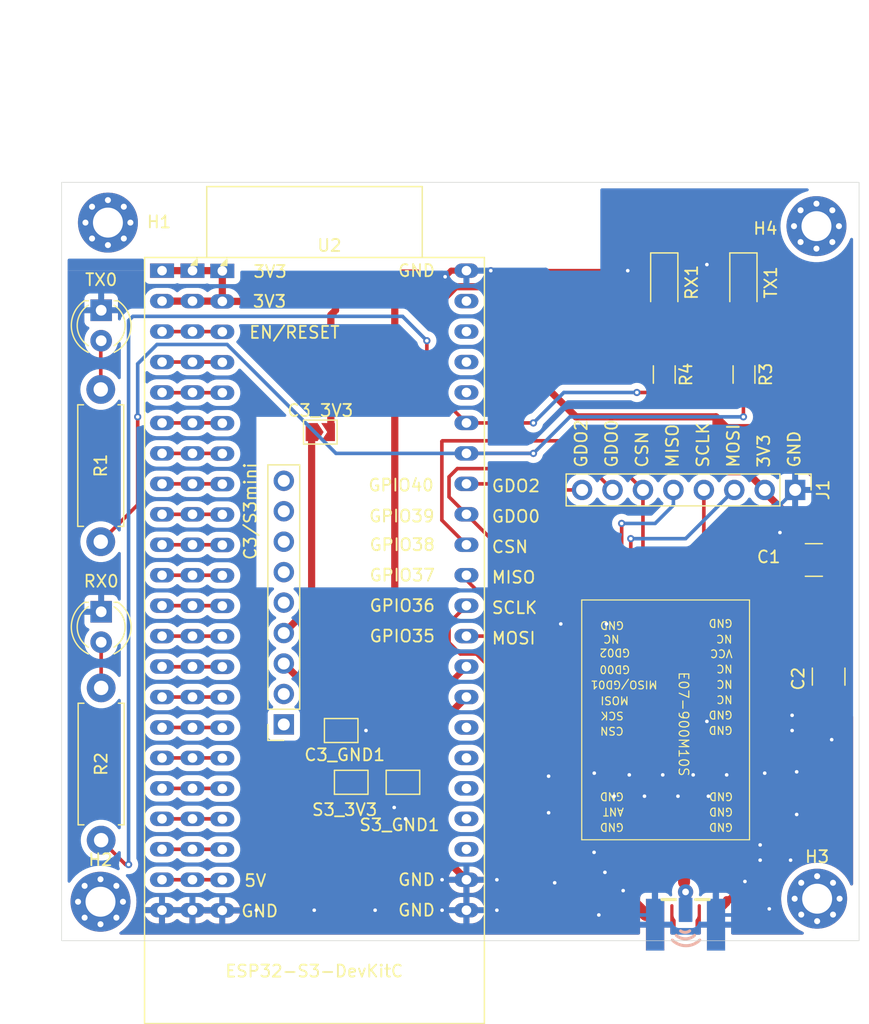
<source format=kicad_pcb>
(kicad_pcb (version 20240108) (generator "pcbnew") (generator_version "8.0")
  (layers (0 "F.Cu" signal) (31 "B.Cu" signal) (34 "B.Paste" user) (35 "F.Paste" user) (36 "B.SilkS" user "B.Silkscreen") (37 "F.SilkS" user "F.Silkscreen") (38 "B.Mask" user) (39 "F.Mask" user) (44 "Edge.Cuts" user))
  (net 0 "")
  (net 1 "GND")
  (net 2 "3V3")
  (net 3 "/MISO")
  (net 4 "/CSN")
  (net 5 "/GDO0")
  (net 6 "/GDO2")
  (net 7 "/MOSI")
  (net 8 "/SCLK")
  (net 9 "/ANTENNA")
  (net 11 "unconnected-(U2-CHIP_PU-Pad3)")
  (net 12 "/LED_RX")
  (net 13 "unconnected-(U2-GPIO46-Pad14)")
  (net 14 "unconnected-(U2-GPIO8{slash}ADC1_CH7-Pad12)")
  (net 15 "/LED_TX")
  (net 17 "unconnected-(U2-GPIO13{slash}ADC2_CH2-Pad19)")
  (net 18 "unconnected-(U2-GPIO15{slash}ADC2_CH4{slash}32K_P-Pad8)")
  (net 19 "unconnected-(U2-GPIO9{slash}ADC1_CH8-Pad15)")
  (net 20 "unconnected-(U2-GPIO16{slash}ADC2_CH5{slash}32K_N-Pad9)")
  (net 21 "unconnected-(U2-GPIO11{slash}ADC2_CH0-Pad17)")
  (net 23 "unconnected-(U2-GPIO10{slash}ADC1_CH9-Pad16)")
  (net 26 "unconnected-(U2-GPIO12{slash}ADC2_CH1-Pad18)")
  (net 27 "unconnected-(U2-GPIO17{slash}ADC2_CH6-Pad10)")
  (net 28 "unconnected-(U2-GPIO4{slash}ADC1_CH3-Pad4)")
  (net 29 "unconnected-(U2-GPIO14{slash}ADC2_CH3-Pad20)")
  (net 31 "unconnected-(U2-GPIO3{slash}ADC1_CH2-Pad13)")
  (net 32 "unconnected-(U2-GPIO18{slash}ADC2_CH7-Pad11)")
  (net 33 "unconnected-(U2-GPIO6{slash}ADC1_CH5-Pad6)")
  (net 34 "unconnected-(U2-GPIO7{slash}ADC1_CH6-Pad7)")
  (net 36 "unconnected-(U2-5V-Pad21)")
  (net 37 "unconnected-(U2-GPIO5{slash}ADC1_CH4-Pad5)")
  (net 47 "Net-(S3_3V3-A)")
  (net 48 "Net-(S3_GND1-A)")
  (net 49 "Net-(TX1-A)")
  (net 50 "Net-(RX1-A)")
  (net 51 "Net-(C3_3V3-A)")
  (net 52 "Net-(C3_GND1-A)")
  (net 53 "Net-(TX0-A)")
  (net 54 "Net-(RX0-A)")
  (footprint "LED_SMD:LED_1206_3216Metric_Pad1.42x1.75mm_HandSolder" (layer "F.Cu") (at 150.114 77.1795 -90)
    (property "Reference" "TX1")
    (property "Value" "LED_TX")
  )
  (footprint "MountingHole:MountingHole_2.5mm_Pad_Via" (layer "F.Cu") (at 156.265825 128.579825)
    (property "Reference" "H3")
    (property "Value" "MountingHole_Pad_MP" (hide yes))
  )
  (footprint "Resistor_THT:R_Axial_DIN0411_L9.9mm_D3.6mm_P12.70mm_Horizontal" (layer "F.Cu") (at 96.486 86.106 -90)
    (property "Reference" "R1")
    (property "Value" "220R")
  )
  (footprint "MountingHole:MountingHole_2.5mm_Pad_Via" (layer "F.Cu") (at 96.464175 128.833825)
    (property "Reference" "H2")
    (property "Value" "MountingHole_Pad_MP")
  )
  (footprint "Library:E07-900M10S" (layer "F.Cu") (at 150.622 122.664 -90)
    (property "Reference" "U1" (hide yes))
    (property "Value" "E07-900M10S")
  )
  (footprint "Jumper:SolderJumper-2_P1.3mm_Open_TrianglePad1.0x1.5mm" (layer "F.Cu") (at 116.549 114.554)
    (property "Reference" "C3_GND1")
    (property "Value" "J_Open")
  )
  (footprint "LED_THT:LED_D4.0mm" (layer "F.Cu") (at 96.52 104.648 -90)
    (property "Reference" "RX0")
    (property "Value" "LED_RX")
  )
  (footprint "LED_THT:LED_D4.0mm" (layer "F.Cu") (at 96.52 79.502 -90)
    (property "Reference" "TX0")
    (property "Value" "LED_TX")
  )
  (footprint "Jumper:SolderJumper-2_P1.3mm_Open_TrianglePad1.0x1.5mm" (layer "F.Cu") (at 117.385 118.872 180)
    (property "Reference" "S3_3V3")
    (property "Value" "S3")
  )
  (footprint "Capacitor_SMD:C_1210_3225Metric_Pad1.33x2.70mm_HandSolder" (layer "F.Cu") (at 155.9945 100.33)
    (property "Reference" "C1")
    (property "Value" "100nF")
  )
  (footprint "LED_SMD:LED_1206_3216Metric_Pad1.42x1.75mm_HandSolder" (layer "F.Cu") (at 143.51 77.1795 -90)
    (property "Reference" "RX1")
    (property "Value" "LED_RX")
  )
  (footprint "Resistor_THT:R_Axial_DIN0411_L9.9mm_D3.6mm_P12.70mm_Horizontal" (layer "F.Cu") (at 96.52 110.998 -90)
    (property "Reference" "R2")
    (property "Value" "220R")
  )
  (footprint "MountingHole:MountingHole_2.5mm_Pad_Via" (layer "F.Cu") (at 156.21 72.487)
    (property "Reference" "H4")
    (property "Value" "MountingHole_Pad_MP" (hide yes))
  )
  (footprint "Connector_PinSocket_2.54mm:PinSocket_1x09_P2.54mm_Vertical" (layer "F.Cu") (at 111.76 114.046 180)
    (property "Reference" "J2" (hide yes))
    (property "Value" "C3/S3mini")
  )
  (footprint "Library:SMA_PAD" (layer "F.Cu") (at 145.288 130.556 -90)
    (property "Reference" "J$1" (hide yes))
    (property "Value" "ANTENNASMA" (hide yes))
  )
  (footprint "Connector_PinHeader_2.54mm:PinHeader_1x08_P2.54mm_Vertical" (layer "F.Cu") (at 154.432 94.488 -90)
    (property "Reference" "J1")
    (property "Value" "Conn_01x08_Pin" (hide yes))
  )
  (footprint "Resistor_SMD:R_1206_3216Metric_Pad1.30x1.75mm_HandSolder" (layer "F.Cu") (at 150.164 84.862 -90)
    (property "Reference" "R3")
    (property "Value" "220R")
  )
  (footprint "Jumper:SolderJumper-2_P1.3mm_Open_TrianglePad1.0x1.5mm" (layer "F.Cu") (at 121.703 118.872 180)
    (property "Reference" "S3_GND1")
    (property "Value" "S3")
  )
  (footprint "Capacitor_SMD:C_1210_3225Metric_Pad1.33x2.70mm_HandSolder" (layer "F.Cu") (at 157.226 110.059 90)
    (property "Reference" "C2")
    (property "Value" "4.7uF")
  )
  (footprint "Resistor_SMD:R_1206_3216Metric_Pad1.30x1.75mm_HandSolder" (layer "F.Cu") (at 143.51 84.862 -90)
    (property "Reference" "R4")
    (property "Value" "220R")
  )
  (footprint "Jumper:SolderJumper-2_P1.3mm_Open_TrianglePad1.0x1.5mm" (layer "F.Cu") (at 114.808 89.662)
    (property "Reference" "C3_3V3")
    (property "Value" "C3_3V3")
  )
  (footprint "Library:ESP32-S3-DevKitC" (layer "F.Cu") (at 124.89 87.45)
    (property "Reference" "U2")
    (property "Value" "ESP32-S3-DevKitC")
  )
  (footprint "MountingHole:MountingHole_2.5mm_Pad_Via" (layer "F.Cu") (at 97.083825 72.191825)
    (property "Reference" "H1")
    (property "Value" "MountingHole_Pad_MP")
  )
  (gr_rect (start 93.218 68.834) (end 159.766 132.08) (stroke (width 0.05)) (fill none) (layer "Edge.Cuts"))
  (gr_text "MOSI\n" (at 129.032 107.442 0) (layer "F.SilkS") (effects (font (size 1 1)) (justify left bottom)))
  (gr_text "GDO2" (at 129.032 94.742 0) (layer "F.SilkS") (effects (font (size 1 1)) (justify left bottom)))
  (gr_text "3V3\n" (at 152.4 92.71 90) (layer "F.SilkS") (effects (font (size 1 1)) (justify left bottom)))
  (gr_text "CSN\n" (at 142.24 92.71 90) (layer "F.SilkS") (effects (font (size 1 1)) (justify left bottom)))
  (gr_text "SCLK\n" (at 147.32 92.71 90) (layer "F.SilkS") (effects (font (size 1 1)) (justify left bottom)))
  (gr_text "GDO0\n" (at 139.7 92.71 90) (layer "F.SilkS") (effects (font (size 1 1)) (justify left bottom)))
  (gr_text "CSN\n" (at 129.032 99.822 0) (layer "F.SilkS") (effects (font (size 1 1)) (justify left bottom)))
  (gr_text "SCLK\n" (at 129.032 104.902 0) (layer "F.SilkS") (effects (font (size 1 1)) (justify left bottom)))
  (gr_text "MISO\n" (at 129.032 102.362 0) (layer "F.SilkS") (effects (font (size 1 1)) (justify left bottom)))
  (gr_text "GDO2" (at 137.16 92.71 90) (layer "F.SilkS") (effects (font (size 1 1)) (justify left bottom)))
  (gr_text "MOSI\n" (at 149.86 92.71 90) (layer "F.SilkS") (effects (font (size 1 1)) (justify left bottom)))
  (gr_text "MISO\n" (at 144.78 92.71 90) (layer "F.SilkS") (effects (font (size 1 1)) (justify left bottom)))
  (gr_text "GND\n" (at 154.94 92.71 90) (layer "F.SilkS") (effects (font (size 1 1)) (justify left bottom)))
  (gr_text "GDO0\n" (at 129.032 97.282 0) (layer "F.SilkS") (effects (font (size 1 1)) (justify left bottom)))
  (segment (start 149.479 127.906) (end 149.479 128.16) (width 0.6) (layer "F.Cu") (net 1))
  (segment (start 141.463 129.43) (end 141.971 129.938) (width 1) (layer "F.Cu") (net 1))
  (segment (start 114.28272 129.55728) (end 114.3 129.54) (width 0.3) (layer "F.Cu") (net 1))
  (segment (start 139.319 120.032) (end 139.429 120.142) (width 0.8) (layer "F.Cu") (net 1))
  (segment (start 150.622 114.554) (end 154.178 114.554) (width 0.6) (layer "F.Cu") (net 1))
  (segment (start 127 127) (end 121.92 121.92) (width 0.6) (layer "F.Cu") (net 1))
  (segment (start 136.622 105.664) (end 138.684 105.664) (width 0.3) (layer "F.Cu") (net 1))
  (segment (start 121.92 121.92) (end 120.973097 120.973097) (width 0.6) (layer "F.Cu") (net 1))
  (segment (start 149.733 127.906) (end 149.479 127.906) (width 0.6) (layer "F.Cu") (net 1))
  (segment (start 120.973097 120.973097) (end 120.973097 118.872) (width 0.6) (layer "F.Cu") (net 1))
  (segment (start 125.73 76.2) (end 127 76.2) (width 0.5) (layer "F.Cu") (net 1))
  (segment (start 124.95072 129.55728) (end 124.968 129.54) (width 0.3) (layer "F.Cu") (net 1))
  (segment (start 153.162 98.044) (end 153.162 99.06) (width 0.6) (layer "F.Cu") (net 1))
  (segment (start 137.653 120.142) (end 139.209 120.142) (width 0.8) (layer "F.Cu") (net 1))
  (segment (start 139.209 120.142) (end 139.319 120.032) (width 0.8) (layer "F.Cu") (net 1))
  (segment (start 147.303 120.142) (end 148.353 120.142) (width 0.8) (layer "F.Cu") (net 1))
  (segment (start 126.98272 129.55728) (end 127 129.54) (width 0.3) (layer "F.Cu") (net 1))
  (segment (start 151.003 126.636) (end 150.495 127.144) (width 0.6) (layer "F.Cu") (net 1))
  (segment (start 151.653 124.238) (end 151.653 125.224) (width 0.6) (layer "F.Cu") (net 1))
  (segment (start 151.653 123.954) (end 151.511 124.096) (width 0.6) (layer "F.Cu") (net 1))
  (segment (start 150.495 127.144) (end 150.241 127.144) (width 0.6) (layer "F.Cu") (net 1))
  (segment (start 141.463 129.43) (end 140.843 128.81) (width 1) (layer "F.Cu") (net 1))
  (segment (start 151.653 125.224) (end 151.511 125.366) (width 0.6) (layer "F.Cu") (net 1))
  (segment (start 139.429 120.142) (end 140.479 120.142) (width 0.8) (layer "F.Cu") (net 1))
  (segment (start 154.432 101.854) (end 150.622 105.664) (width 0.6) (layer "F.Cu") (net 1))
  (segment (start 137.653 120.142) (end 137.397 120.142) (width 0.3) (layer "F.Cu") (net 1))
  (segment (start 152.925 122.682) (end 151.653 122.682) (width 0.6) (layer "F.Cu") (net 1))
  (segment (start 109.474 129.54) (end 109.49128 129.55728) (width 0.3) (layer "F.Cu") (net 1))
  (segment (start 154.559 121.048) (end 154.559 121.556) (width 0.6) (layer "F.Cu") (net 1))
  (segment (start 146.033 120.142) (end 147.083 120.142) (width 0.8) (layer "F.Cu") (net 1))
  (segment (start 137.653 120.142) (end 137.651 120.142) (width 0.3) (layer "F.Cu") (net 1))
  (segment (start 144.653 120.032) (end 144.763 120.142) (width 0.8) (layer "F.Cu") (net 1))
  (segment (start 141.859 120.032) (end 141.969 120.142) (width 0.8) (layer "F.Cu") (net 1))
  (segment (start 147.193 120.032) (end 147.303 120.142) (width 0.8) (layer "F.Cu") (net 1))
  (segment (start 145.813 120.142) (end 145.923 120.032) (width 0.8) (layer "F.Cu") (net 1))
  (segment (start 137.653 124.714) (end 137.653 123.954) (width 1) (layer "F.Cu") (net 1))
  (segment (start 151.511 125.366) (end 151.653 125.508) (width 0.6) (layer "F.Cu") (net 1))
  (segment (start 137.653 123.954) (end 136.622 122.923) (width 1) (layer "F.Cu") (net 1))
  (segment (start 139.319 127.144) (end 139.177 127.144) (width 1) (layer "F.Cu") (net 1))
  (segment (start 154.178 114.554) (end 154.2935 114.554) (width 0.3) (layer "F.Cu") (net 1))
  (segment (start 143.273 120.142) (end 143.383 120.032) (width 0.8) (layer "F.Cu") (net 1))
  (segment (start 148.717 128.668) (end 148.717 128.922) (width 0.6) (layer "F.Cu") (net 1))
  (segment (start 143.002 76.2) (end 143.51 75.692) (width 0.3) (layer "F.Cu") (net 1))
  (segment (start 127 129.54) (end 127 127) (width 0.3) (layer "F.Cu") (net 1))
  (segment (start 154.195 121.412) (end 151.653 121.412) (width 0.6) (layer "F.Cu") (net 1))
  (segment (start 143.493 120.142) (end 144.543 120.142) (width 0.8) (layer "F.Cu") (net 1))
  (segment (start 147.083 120.142) (end 147.193 120.032) (width 0.8) (layer "F.Cu") (net 1))
  (segment (start 137.653 125.508) (end 137.653 125.62) (width 1) (layer "F.Cu") (net 1))
  (segment (start 154.195 121.412) (end 152.925 122.682) (width 0.6) (layer "F.Cu") (net 1))
  (segment (start 144.543 120.142) (end 144.653 120.032) (width 0.8) (layer "F.Cu") (net 1))
  (segment (start 125.222 76.708) (end 125.73 76.2) (width 0.5) (layer "F.Cu") (net 1))
  (segment (start 150.097 120.142) (end 151.653 120.142) (width 0.8) (layer "F.Cu") (net 1))
  (segment (start 149.479 128.16) (end 148.971 128.668) (width 0.6) (layer "F.Cu") (net 1))
  (segment (start 114.31728 129.55728) (end 119.36272 129.55728) (width 0.3) (layer "F.Cu") (net 1))
  (segment (start 138.415 126.382) (end 138.557 126.382) (width 1) (layer "F.Cu") (net 1))
  (segment (start 138.557 126.524) (end 138.557 126.382) (width 1) (layer "F.Cu") (net 1))
  (segment (start 148.971 128.668) (end 148.717 128.668) (width 0.6) (layer "F.Cu") (net 1))
  (segment (start 140.589 120.032) (end 140.699 120.142) (width 0.8) (layer "F.Cu") (net 1))
  (segment (start 154.559 118) (end 154.431 118.128) (width 0.6) (layer "F.Cu") (net 1))
  (segment (start 148.717 128.922) (end 147.701 129.938) (width 0.6) (layer "F.Cu") (net 1))
  (segment (start 154.178 113.284) (end 155.5635 113.284) (width 0.6) (layer "F.Cu") (net 1))
  (segment (start 144.763 120.142) (end 145.813 120.142) (width 0.8) (layer "F.Cu") (net 1))
  (segment (start 151.653 125.986) (end 151.257 126.382) (width 0.6) (layer "F.Cu") (net 1))
  (segment (start 140.843 128.668) (end 140.701 128.668) (width 1) (layer "F.Cu") (net 1))
  (segment (start 154.559 121.556) (end 154.051 121.556) (width 0.6) (layer "F.Cu") (net 1))
  (segment (start 151.003 126.382) (end 151.003 126.636) (width 0.6) (layer "F.Cu") (net 1))
  (segment (start 137.795 125.366) (end 137.653 125.508) (width 1) (layer "F.Cu") (net 1))
  (segment (start 148.573 120.142) (end 149.877 120.142) (width 0.8) (layer "F.Cu") (net 1))
  (segment (start 147.066 75.692) (end 143.51 75.692) (width 0.3) (layer "F.Cu") (net 1))
  (segment (start 139.319 127.286) (end 139.319 127.144) (width 1) (layer "F.Cu") (net 1))
  (segment (start 154.051 121.556) (end 154.195 121.412) (width 0.6) (layer "F.Cu") (net 1))
  (segment (start 136.622 122.664) (end 136.622 122.923) (width 0.3) (layer "F.Cu") (net 1))
  (segment (start 154.432 100.33) (end 154.432 101.854) (width 0.3) (layer "F.Cu") (net 1))
  (segment (start 129.032 76.2) (end 140.462 76.2) (width 0.3) (layer "F.Cu") (net 1))
  (segment (start 106.60632 129.53728) (end 106.62632 129.55728) (width 0.3) (layer "F.Cu") (net 1))
  (segment (start 149.987 120.032) (end 150.097 120.142) (width 0.8) (layer "F.Cu") (net 1))
  (segment (start 142.621 129.938) (end 141.971 129.938) (width 0.3) (layer "F.Cu") (net 1))
  (segment (start 151.653 125.508) (end 151.653 125.986) (width 0.6) (layer "F.Cu") (net 1))
  (segment (start 140.081 128.048) (end 140.081 127.906) (width 1) (layer "F.Cu") (net 1))
  (segment (start 150.241 127.398) (end 149.733 127.906) (width 0.6) (layer "F.Cu") (net 1))
  (segment (start 148.353 120.142) (end 148.463 120.032) (width 0.8) (layer "F.Cu") (net 1))
  (segment (start 124.98528 129.55728) (end 126.98272 129.55728) (width 0.3) (layer "F.Cu") (net 1))
  (segment (start 151.511 124.096) (end 151.653 124.238) (width 0.6) (layer "F.Cu") (net 1))
  (segment (start 153.145 120.142) (end 151.653 120.142) (width 0.6) (layer "F.Cu") (net 1))
  (segment (start 140.081 127.906) (end 139.939 127.906) (width 1) (layer "F.Cu") (net 1))
  (segment (start 119.38 129.54) (end 119.39728 129.55728) (width 0.3) (layer "F.Cu") (net 1))
  (segment (start 118.618 114.554) (end 117.278903 114.554) (width 0.6) (layer "F.Cu") (net 1))
  (segment (start 119.39728 129.55728) (end 124.95072 129.55728) (width 0.3) (layer "F.Cu") (net 1))
  (segment (start 101.59632 129.53728) (end 106.60632 129.53728) (width 0.3) (layer "F.Cu") (net 1))
  (segment (start 151.257 126.382) (end 151.003 126.382) (width 0.6) (layer "F.Cu") (net 1))
  (segment (start 141.969 120.142) (end 143.273 120.142) (width 0.8) (layer "F.Cu") (net 1))
  (segment (start 145.923 120.032) (end 146.033 120.142) (width 0.8) (layer "F.Cu") (net 1))
  (segment (start 154.305 121.302) (end 154.559 121.048) (width 0.6) (layer "F.Cu") (net 1))
  (segment (start 153.162 99.06) (end 154.432 100.33) (width 0.6) (layer "F.Cu") (net 1))
  (segment (start 139.939 127.906) (end 139.319 127.286) (width 1) (layer "F.Cu") (net 1))
  (segment (start 154.431 117.872) (end 154.559 118) (width 0.6) (layer "F.Cu") (net 1))
  (segment (start 154.305 121.302) (end 153.145 120.142) (width 0.6) (layer "F.Cu") (net 1))
  (segment (start 140.843 128.81) (end 140.843 128.668) (width 1) (layer "F.Cu") (net 1))
  (segment (start 109.45672 129.55728) (end 109.474 129.54) (width 0.3) (layer "F.Cu") (net 1))
  (segment (start 154.2935 114.554) (end 157.226 111.6215) (width 0.6) (layer "F.Cu") (net 1))
  (segment (start 151.653 122.682) (end 151.401 122.682) (width 0.2) (layer "F.Cu") (net 1))
  (segment (start 137.653 124.714) (end 137.653 125.224) (width 1) (layer "F.Cu") (net 1))
  (segment (start 127 76.2) (end 129.032 76.2) (width 0.3) (layer "F.Cu") (net 1))
  (segment (start 140.699 120.142) (end 141.749 120.142) (width 0.8) (layer "F.Cu") (net 1))
  (segment (start 151.653 122.682) (end 151.653 123.954) (width 0.6) (layer "F.Cu") (net 1))
  (segment (start 106.62632 129.55728) (end 109.45672 129.55728) (width 0.3) (layer "F.Cu") (net 1))
  (segment (start 148.463 120.032) (end 148.573 120.142) (width 0.8) (layer "F.Cu") (net 1))
  (segment (start 136.622 105.664) (end 134.874 105.664) (width 0.3) (layer "F.Cu") (net 1))
  (segment (start 109.49128 129.55728) (end 114.28272 129.55728) (width 0.3) (layer "F.Cu") (net 1))
  (segment (start 143.383 120.032) (end 143.493 120.142) (width 0.8) (layer "F.Cu") (net 1))
  (segment (start 140.701 128.668) (end 140.081 128.048) (width 1) (layer "F.Cu") (net 1))
  (segment (start 154.431 121.176) (end 154.305 121.302) (width 0.6) (layer "F.Cu") (net 1))
  (segment (start 140.479 120.142) (end 140.589 120.032) (width 0.8) (layer "F.Cu") (net 1))
  (segment (start 137.653 125.62) (end 138.415 126.382) (width 1) (layer "F.Cu") (net 1))
  (segment (start 155.5635 113.284) (end 157.226 111.6215) (width 0.6) (layer "F.Cu") (net 1))
  (segment (start 137.653 125.224) (end 137.795 125.366) (width 1) (layer "F.Cu") (net 1))
  (segment (start 124.968 129.54) (end 124.98528 129.55728) (width 0.3) (layer "F.Cu") (net 1))
  (segment (start 154.431 118.128) (end 154.431 121.176) (width 0.6) (layer "F.Cu") (net 1))
  (segment (start 150.241 127.144) (end 150.241 127.398) (width 0.6) (layer "F.Cu") (net 1))
  (segment (start 141.749 120.142) (end 141.859 120.032) (width 0.8) (layer "F.Cu") (net 1))
  (segment (start 140.462 76.2) (end 143.002 76.2) (width 0.3) (layer "F.Cu") (net 1))
  (segment (start 149.877 120.142) (end 149.987 120.032) (width 0.8) (layer "F.Cu") (net 1))
  (segment (start 150.114 75.692) (end 147.066 75.692) (width 0.3) (layer "F.Cu") (net 1))
  (segment (start 114.3 129.54) (end 114.31728 129.55728) (width 0.3) (layer "F.Cu") (net 1))
  (segment (start 150.622 113.284) (end 154.178 113.284) (width 0.6) (layer "F.Cu") (net 1))
  (segment (start 119.36272 129.55728) (end 119.38 129.54) (width 0.3) (layer "F.Cu") (net 1))
  (segment (start 139.177 127.144) (end 138.557 126.524) (width 1) (layer "F.Cu") (net 1))
  (via (at 140.462 76.2) (size 0.6) (drill 0.3) (layers "F.Cu" "B.Cu") (net 1))
  (via (at 153.162 98.044) (size 0.6) (drill 0.3) (layers "F.Cu" "B.Cu") (net 1))
  (via (at 129.54 127) (size 0.6) (drill 0.3) (layers "F.Cu" "B.Cu") (net 1))
  (via (at 124.968 127) (size 0.6) (drill 0.3) (layers "F.Cu" "B.Cu") (net 1))
  (via (at 137.653 124.714) (size 0.6) (drill 0.3) (layers "F.Cu" "B.Cu") (net 1))
  (via (at 140.081 127.906) (size 0.6) (drill 0.3) (layers "F.Cu" "B.Cu") (net 1))
  (via (at 138.049 129.938) (size 0.6) (drill 0.3) (layers "F.Cu" "B.Cu") (net 1))
  (via (at 124.968 129.54) (size 0.6) (drill 0.3) (layers "F.Cu" "B.Cu") (net 1))
  (via (at 145.923 118.254) (size 0.6) (drill 0.3) (layers "F.Cu" "B.Cu") (net 1))
  (via (at 138.557 126.382) (size 0.6) (drill 0.3) (layers "F.Cu" "B.Cu") (net 1))
  (via (at 147.193 120.032) (size 0.6) (drill 0.3) (layers "F.Cu" "B.Cu") (net 1))
  (via (at 151.511 125.366) (size 0.6) (drill 0.3) (layers "F.Cu" "B.Cu") (net 1))
  (via (at 133.858 121.412) (size 0.6) (drill 0.3) (layers "F.Cu" "B.Cu") (net 1))
  (via (at 144.653 120.032) (size 0.6) (drill 0.3) (layers "F.Cu" "B.Cu") (net 1))
  (via (at 140.589 118.254) (size 0.6) (drill 0.3) (layers "F.Cu" "B.Cu") (net 1))
  (via (at 137.668 118.11) (size 0.6) (drill 0.3) (layers "F.Cu" "B.Cu") (net 1))
  (via (at 143.383 118.254) (size 0.6) (drill 0.3) (layers "F.Cu" "B.Cu") (net 1))
  (via (at 154.559 121.556) (size 0.6) (drill 0.3) (layers "F.Cu" "B.Cu") (net 1))
  (via (at 154.178 114.554) (size 0.6) (drill 0.3) (layers "F.Cu" "B.Cu") (net 1))
  (via (at 148.717 118.254) (size 0.6) (drill 0.3) (layers "F.Cu" "B.Cu") (net 1))
  (via (at 150.241 127.144) (size 0.6) (drill 0.3) (layers "F.Cu" "B.Cu") (net 1))
  (via (at 141.859 120.032) (size 0.6) (drill 0.3) (layers "F.Cu" "B.Cu") (net 1))
  (via (at 157.48 115.316) (size 0.6) (drill 0.3) (layers "F.Cu" "B.Cu") (net 1))
  (via (at 151.892 118.11) (size 0.6) (drill 0.3) (layers "F.Cu" "B.Cu") (net 1))
  (via (at 133.858 118.364) (size 0.6) (drill 0.3) (layers "F.Cu" "B.Cu") (net 1))
  (via (at 151.511 124.096) (size 0.6) (drill 0.3) (layers "F.Cu" "B.Cu") (net 1))
  (via (at 109.474 129.54) (size 0.6) (drill 0.3) (layers "F.Cu" "B.Cu") (net 1))
  (via (at 118.618 114.554) (size 0.6) (drill 0.3) (layers "F.Cu" "B.Cu") (net 1))
  (via (at 139.319 120.032) (size 0.6) (drill 0.3) (layers "F.Cu" "B.Cu") (net 1))
  (via (at 147.066 75.692) (size 0.6) (drill 0.3) (layers "F.Cu" "B.Cu") (net 1))
  (via (at 129.032 76.2) (size 0.6) (drill 0.3) (layers "F.Cu" "B.Cu") (net 1))
  (via (at 125.222 76.708) (size 0.6) (drill 0.3) (layers "F.Cu" "B.Cu") (net 1))
  (via (at 134.874 105.664) (size 0.6) (drill 0.3) (layers "F.Cu" "B.Cu") (net 1))
  (via (at 129.54 129.54) (size 0.6) (drill 0.3) (layers "F.Cu" "B.Cu") (net 1))
  (via (at 147.066 113.792) (size 0.6) (drill 0.3) (layers "F.Cu" "B.Cu") (net 1))
  (via (at 121.92 121.92) (size 0.6) (drill 0.3) (layers "F.Cu" "B.Cu") (net 1))
  (via (at 120.973097 120.973097) (size 0.6) (drill 0.3) (layers "F.Cu" "B.Cu") (net 1))
  (via (at 154.178 113.284) (size 0.6) (drill 0.3) (layers "F.Cu" "B.Cu") (net 1))
  (via (at 134.366 127.254) (size 0.6) (drill 0.3) (layers "F.Cu" "B.Cu") (net 1))
  (via (at 119.38 129.54) (size 0.6) (drill 0.3) (layers "F.Cu" "B.Cu") (net 1))
  (via (at 152.273 129.43) (size 0.6) (drill 0.3) (layers "F.Cu" "B.Cu") (net 1))
  (via (at 138.684 105.664) (size 0.6) (drill 0.3) (layers "F.Cu" "B.Cu") (net 1))
  (via (at 154.051 125.366) (size 0.6) (drill 0.3) (layers "F.Cu" "B.Cu") (net 1))
  (via (at 114.3 129.54) (size 0.6) (drill 0.3) (layers "F.Cu" "B.Cu") (net 1))
  (via (at 154.559 118) (size 0.6) (drill 0.3) (layers "F.Cu" "B.Cu") (net 1))
  (segment (start 147.701 129.938) (end 147.701 126.128) (width 0.3) (layer "B.Cu") (net 1))
  (segment (start 142.621 129.938) (end 142.621 125.112) (width 0.3) (layer "B.Cu") (net 1))
  (segment (start 124.206 76.454) (end 124.968 76.454) (width 0.5) (layer "B.Cu") (net 1))
  (segment (start 124.968 76.454) (end 125.222 76.708) (width 0.5) (layer "B.Cu") (net 1))
  (segment (start 154.432 96.774) (end 153.162 98.044) (width 0.3) (layer "B.Cu") (net 1))
  (segment (start 143.256 105.664) (end 154.432 94.488) (width 0.3) (layer "B.Cu") (net 1))
  (segment (start 133.604 76.2) (end 127 76.2) (width 0.5) (layer "B.Cu") (net 1))
  (segment (start 154.432 94.488) (end 154.432 96.774) (width 0.3) (layer "B.Cu") (net 1))
  (segment (start 147.701 129.938) (end 149.987 129.938) (width 0.3) (layer "B.Cu") (net 1))
  (segment (start 142.621 129.938) (end 140.081 129.938) (width 0.3) (layer "B.Cu") (net 1))
  (segment (start 134.874 105.664) (end 143.256 105.664) (width 0.3) (layer "B.Cu") (net 1))
  (segment (start 134.366 76.962) (end 133.604 76.2) (width 0.5) (layer "B.Cu") (net 1))
  (segment (start 101.6 76.2) (end 104.14 76.2) (width 0.6) (layer "F.Cu") (net 2))
  (segment (start 147.828 92.96399) (end 147.82799 92.964) (width 0.6) (layer "F.Cu") (net 2))
  (segment (start 121.158 78.76) (end 121.021903 78.896097) (width 0.6) (layer "F.Cu") (net 2))
  (segment (start 150.368 92.964) (end 151.892 94.488) (width 0.6) (layer "F.Cu") (net 2))
  (segment (start 136.144 88.392) (end 147.828 88.392) (width 0.6) (layer "F.Cu") (net 2))
  (segment (start 106.61 78.74) (end 106.63 78.76) (width 0.6) (layer "F.Cu") (net 2))
  (segment (start 156.9335 108.204) (end 157.226 108.4965) (width 0.6) (layer "F.Cu") (net 2))
  (segment (start 104.14 76.2) (end 106.61 76.2) (width 0.6) (layer "F.Cu") (net 2))
  (segment (start 157.557 94.819) (end 157.557 100.33) (width 0.6) (layer "F.Cu") (net 2))
  (segment (start 157.557 100.33) (end 151.892 94.665) (width 0.6) (layer "F.Cu") (net 2))
  (segment (start 157.226 108.4965) (end 157.226 100.661) (width 0.6) (layer "F.Cu") (net 2))
  (segment (start 152.03 89.292) (end 157.557 94.819) (width 0.6) (layer "F.Cu") (net 2))
  (segment (start 132.40399 77.54) (end 132.40399 84.65199) (width 0.6) (layer "F.Cu") (net 2))
  (segment (start 101.6 78.74) (end 104.14 78.74) (width 0.6) (layer "F.Cu") (net 2))
  (segment (start 115.687903 79.892097) (end 115.687903 89.662) (width 0.6) (layer "F.Cu") (net 2))
  (segment (start 106.61 76.2) (end 106.63 76.22) (width 0.6) (layer "F.Cu") (net 2))
  (segment (start 121.158 78.76) (end 124.882944 78.76) (width 0.6) (layer "F.Cu") (net 2))
  (segment (start 148.728 89.292) (end 152.03 89.292) (width 0.6) (layer "F.Cu") (net 2))
  (segment (start 126.102944 77.54) (end 132.40399 77.54) (width 0.6) (layer "F.Cu") (net 2))
  (segment (start 132.40399 84.65199) (end 136.144 88.392) (width 0.6) (layer "F.Cu") (net 2))
  (segment (start 116.078 79.502) (end 115.687903 79.892097) (width 0.6) (layer "F.Cu") (net 2))
  (segment (start 151.892 94.665) (end 151.892 94.488) (width 0.6) (layer "F.Cu") (net 2))
  (segment (start 157.226 100.661) (end 157.557 100.33) (width 0.6) (layer "F.Cu") (net 2))
  (segment (start 147.828 88.392) (end 148.728 89.292) (width 0.6) (layer "F.Cu") (net 2))
  (segment (start 104.14 78.74) (end 106.61 78.74) (width 0.6) (layer "F.Cu") (net 2))
  (segment (start 116.078 78.76) (end 116.078 79.502) (width 0.6) (layer "F.Cu") (net 2))
  (segment (start 147.828 88.392) (end 147.828 92.96399) (width 0.6) (layer "F.Cu") (net 2))
  (segment (start 147.82799 92.964) (end 150.368 92.964) (width 0.6) (layer "F.Cu") (net 2))
  (segment (start 116.078 78.76) (end 121.158 78.76) (width 0.6) (layer "F.Cu") (net 2))
  (segment (start 116.505097 118.37144) (end 116.505097 118.872) (width 0.6) (layer "F.Cu") (net 2))
  (segment (start 121.021903 78.896097) (end 121.021903 113.854634) (width 0.6) (layer "F.Cu") (net 2))
  (segment (start 106.63 76.22) (end 106.63 78.76) (width 0.6) (layer "F.Cu") (net 2))
  (segment (start 150.622 108.204) (end 156.9335 108.204) (width 0.6) (layer "F.Cu") (net 2))
  (segment (start 124.882944 78.76) (end 126.102944 77.54) (width 0.6) (layer "F.Cu") (net 2))
  (segment (start 121.021903 113.854634) (end 116.505097 118.37144) (width 0.6) (layer "F.Cu") (net 2))
  (segment (start 106.63 78.76) (end 116.078 78.76) (width 0.6) (layer "F.Cu") (net 2))
  (segment (start 127 101.6) (end 127 102) (width 0.3) (layer "F.Cu") (net 3))
  (segment (start 127 102) (end 135.744 110.744) (width 0.3) (layer "F.Cu") (net 3))
  (segment (start 137.822 110.744) (end 139.954 108.612) (width 0.3) (layer "F.Cu") (net 3))
  (segment (start 136.622 110.744) (end 137.822 110.744) (width 0.3) (layer "F.Cu") (net 3))
  (segment (start 139.954 108.612) (end 139.954 97.282) (width 0.3) (layer "F.Cu") (net 3))
  (segment (start 135.744 110.744) (end 136.622 110.744) (width 0.3) (layer "F.Cu") (net 3))
  (via (at 139.954 97.282) (size 0.6) (drill 0.3) (layers "F.Cu" "B.Cu") (net 3))
  (segment (start 144.272 94.488) (end 144.272 95.758) (width 0.3) (layer "B.Cu") (net 3))
  (segment (start 142.748 97.282) (end 144.272 95.758) (width 0.3) (layer "B.Cu") (net 3))
  (segment (start 139.954 97.282) (end 142.748 97.282) (width 0.3) (layer "B.Cu") (net 3))
  (segment (start 141.732 110.644) (end 137.822 114.554) (width 0.3) (layer "F.Cu") (net 4))
  (segment (start 124.95 97.01) (end 124.95 90.442) (width 0.3) (layer "F.Cu") (net 4))
  (segment (start 137.822 114.554) (end 136.622 114.554) (width 0.3) (layer "F.Cu") (net 4))
  (segment (start 124.95 90.442) (end 125.002 90.39) (width 0.3) (layer "F.Cu") (net 4))
  (segment (start 141.732 94.488) (end 141.732 110.644) (width 0.3) (layer "F.Cu") (net 4))
  (segment (start 125.002 90.39) (end 137.634 90.39) (width 0.3) (layer "F.Cu") (net 4))
  (segment (start 137.634 90.39) (end 141.732 94.488) (width 0.3) (layer "F.Cu") (net 4))
  (segment (start 127 99.06) (end 124.95 97.01) (width 0.3) (layer "F.Cu") (net 4))
  (segment (start 127 96.52) (end 125.55 95.07) (width 0.3) (layer "F.Cu") (net 5))
  (segment (start 127 96.52) (end 133.004 102.524) (width 0.3) (layer "F.Cu") (net 5))
  (segment (start 125.55 93.398) (end 126.238 92.71) (width 0.3) (layer "F.Cu") (net 5))
  (segment (start 135.636 109.474) (end 136.622 109.474) (width 0.3) (layer "F.Cu") (net 5))
  (segment (start 125.55 95.07) (end 125.55 93.398) (width 0.3) (layer "F.Cu") (net 5))
  (segment (start 126.238 92.71) (end 137.414 92.71) (width 0.3) (layer "F.Cu") (net 5))
  (segment (start 133.004 106.842) (end 135.636 109.474) (width 0.3) (layer "F.Cu") (net 5))
  (segment (start 133.004 102.524) (end 133.004 106.842) (width 0.3) (layer "F.Cu") (net 5))
  (segment (start 137.414 92.71) (end 139.192 94.488) (width 0.3) (layer "F.Cu") (net 5))
  (segment (start 135.636 108.204) (end 133.604 106.172) (width 0.3) (layer "F.Cu") (net 6))
  (segment (start 136.622 108.204) (end 135.636 108.204) (width 0.3) (layer "F.Cu") (net 6))
  (segment (start 133.604 106.172) (end 133.604 94.488) (width 0.3) (layer "F.Cu") (net 6))
  (segment (start 133.096 93.98) (end 127 93.98) (width 0.3) (layer "F.Cu") (net 6))
  (segment (start 133.604 94.488) (end 136.652 94.488) (width 0.3) (layer "F.Cu") (net 6))
  (segment (start 133.604 94.488) (end 133.096 93.98) (width 0.3) (layer "F.Cu") (net 6))
  (segment (start 129.54 106.68) (end 127 106.68) (width 0.3) (layer "F.Cu") (net 7))
  (segment (start 136.622 112.014) (end 134.874 112.014) (width 0.3) (layer "F.Cu") (net 7))
  (segment (start 137.552 112.014) (end 140.716 108.85) (width 0.3) (layer "F.Cu") (net 7))
  (segment (start 140.716 108.85) (end 140.716 98.552) (width 0.3) (layer "F.Cu") (net 7))
  (segment (start 134.874 112.014) (end 129.54 106.68) (width 0.3) (layer "F.Cu") (net 7))
  (segment (start 136.622 112.014) (end 137.552 112.014) (width 0.3) (layer "F.Cu") (net 7))
  (via (at 140.716 98.552) (size 0.6) (drill 0.3) (layers "F.Cu" "B.Cu") (net 7))
  (segment (start 140.716 98.552) (end 145.288 98.552) (width 0.3) (layer "B.Cu") (net 7))
  (segment (start 145.288 98.552) (end 149.352 94.488) (width 0.3) (layer "B.Cu") (net 7))
  (segment (start 134.875472 115.404) (end 137.834 115.404) (width 0.3) (layer "F.Cu") (net 8))
  (segment (start 132.755472 113.284) (end 136.622 113.284) (width 0.3) (layer "F.Cu") (net 8))
  (segment (start 127.834924 108.17) (end 130.59 110.925076) (width 0.3) (layer "F.Cu") (net 8))
  (segment (start 126.492 108.17) (end 127.834924 108.17) (width 0.3) (layer "F.Cu") (net 8))
  (segment (start 132.755472 113.284) (end 134.875472 115.404) (width 0.3) (layer "F.Cu") (net 8))
  (segment (start 127 104.14) (end 125.55 105.59) (width 0.3) (layer "F.Cu") (net 8))
  (segment (start 130.59 110.925076) (end 130.59 111.118528) (width 0.3) (layer "F.Cu") (net 8))
  (segment (start 125.55 107.228) (end 126.492 108.17) (width 0.3) (layer "F.Cu") (net 8))
  (segment (start 125.55 105.59) (end 125.55 107.228) (width 0.3) (layer "F.Cu") (net 8))
  (segment (start 146.812 106.426) (end 146.812 94.488) (width 0.3) (layer "F.Cu") (net 8))
  (segment (start 137.834 115.404) (end 146.812 106.426) (width 0.3) (layer "F.Cu") (net 8))
  (segment (start 130.59 111.118528) (end 132.755472 113.284) (width 0.3) (layer "F.Cu") (net 8))
  (segment (start 145.161 127.2075) (end 145.161 125.62) (width 1) (layer "F.Cu") (net 9))
  (segment (start 140.953 121.412) (end 137.653 121.412) (width 1) (layer "F.Cu") (net 9))
  (segment (start 145.161 125.62) (end 140.953 121.412) (width 1) (layer "F.Cu") (net 9))
  (segment (start 145.161 127.2075) (end 145.161 128.44475) (width 0.3) (layer "F.Cu") (net 9))
  (segment (start 104.14 81.28) (end 106.61 81.28) (width 0.3) (layer "F.Cu") (net 11))
  (segment (start 101.6 81.28) (end 104.14 81.28) (width 0.3) (layer "F.Cu") (net 11))
  (segment (start 106.61 81.28) (end 106.63 81.3) (width 0.3) (layer "F.Cu") (net 11))
  (segment (start 123.698 85.598) (end 127 88.9) (width 0.3) (layer "F.Cu") (net 12))
  (segment (start 143.458 86.36) (end 143.51 86.412) (width 0.3) (layer "F.Cu") (net 12))
  (segment (start 123.698 82.042) (end 123.698 85.598) (width 0.3) (layer "F.Cu") (net 12))
  (segment (start 127 88.9) (end 132.588 88.9) (width 0.3) (layer "F.Cu") (net 12))
  (segment (start 98.552 125.73) (end 98.806 125.73) (width 0.3) (layer "F.Cu") (net 12))
  (segment (start 96.52 123.698) (end 98.552 125.73) (width 0.3) (layer "F.Cu") (net 12))
  (segment (start 141.224 86.36) (end 143.458 86.36) (width 0.3) (layer "F.Cu") (net 12))
  (via (at 141.224 86.36) (size 0.6) (drill 0.3) (layers "F.Cu" "B.Cu") (net 12))
  (via (at 132.588 88.9) (size 0.6) (drill 0.3) (layers "F.Cu" "B.Cu") (net 12))
  (via (at 123.698 82.042) (size 0.6) (drill 0.3) (layers "F.Cu" "B.Cu") (net 12))
  (via (at 98.806 125.73) (size 0.6) (drill 0.3) (layers "F.Cu" "B.Cu") (net 12))
  (segment (start 98.806 125.73) (end 98.806 80.370924) (width 0.3) (layer "B.Cu") (net 12))
  (segment (start 98.806 80.370924) (end 99.166924 80.01) (width 0.3) (layer "B.Cu") (net 12))
  (segment (start 121.666 80.01) (end 123.698 82.042) (width 0.3) (layer "B.Cu") (net 12))
  (segment (start 99.166924 80.01) (end 121.666 80.01) (width 0.3) (layer "B.Cu") (net 12))
  (segment (start 135.128 86.36) (end 141.224 86.36) (width 0.3) (layer "B.Cu") (net 12))
  (segment (start 132.588 88.9) (end 135.128 86.36) (width 0.3) (layer "B.Cu") (net 12))
  (segment (start 101.62 109.24) (end 101.6 109.22) (width 0.3) (layer "F.Cu") (net 13))
  (segment (start 106.63 109.24) (end 101.62 109.24) (width 0.3) (layer "F.Cu") (net 13))
  (segment (start 101.6 109.22) (end 100.838 109.22) (width 0.3) (layer "F.Cu") (net 13))
  (segment (start 106.61 104.14) (end 106.63 104.16) (width 0.3) (layer "F.Cu") (net 14))
  (segment (start 101.6 104.14) (end 106.61 104.14) (width 0.3) (layer "F.Cu") (net 14))
  (segment (start 99.568 95.724) (end 96.486 98.806) (width 0.3) (layer "F.Cu") (net 15))
  (segment (start 99.568 88.392) (end 99.568 95.724) (width 0.3) (layer "F.Cu") (net 15))
  (segment (start 150.114 88.392) (end 150.114 86.462) (width 0.3) (layer "F.Cu") (net 15))
  (segment (start 127 91.44) (end 132.588 91.44) (width 0.3) (layer "F.Cu") (net 15))
  (segment (start 150.114 86.462) (end 150.164 86.412) (width 0.3) (layer "F.Cu") (net 15))
  (via (at 99.568 88.392) (size 0.6) (drill 0.3) (layers "F.Cu" "B.Cu") (net 15))
  (via (at 132.588 91.44) (size 0.6) (drill 0.3) (layers "F.Cu" "B.Cu") (net 15))
  (via (at 150.114 88.392) (size 0.6) (drill 0.3) (layers "F.Cu" "B.Cu") (net 15))
  (segment (start 99.568 83.967076) (end 99.568 88.392) (width 0.3) (layer "B.Cu") (net 15))
  (segment (start 107.031221 82.356297) (end 101.178779 82.356297) (width 0.3) (layer "B.Cu") (net 15))
  (segment (start 101.178779 82.356297) (end 99.568 83.967076) (width 0.3) (layer "B.Cu") (net 15))
  (segment (start 132.588 91.44) (end 116.114924 91.44) (width 0.3) (layer "B.Cu") (net 15))
  (segment (start 116.114924 91.44) (end 107.031221 82.356297) (width 0.3) (layer "B.Cu") (net 15))
  (segment (start 135.636 88.392) (end 150.114 88.392) (width 0.3) (layer "B.Cu") (net 15))
  (segment (start 132.588 91.44) (end 135.636 88.392) (width 0.3) (layer "B.Cu") (net 15))
  (segment (start 106.61 121.92) (end 106.63 121.94) (width 0.3) (layer "F.Cu") (net 17))
  (segment (start 101.6 121.92) (end 106.61 121.92) (width 0.3) (layer "F.Cu") (net 17))
  (segment (start 106.61 93.98) (end 106.63 94) (width 0.3) (layer "F.Cu") (net 18))
  (segment (start 101.6 93.98) (end 106.61 93.98) (width 0.3) (layer "F.Cu") (net 18))
  (segment (start 101.6 111.76) (end 106.61 111.76) (width 0.3) (layer "F.Cu") (net 19))
  (segment (start 106.61 111.76) (end 106.63 111.78) (width 0.3) (layer "F.Cu") (net 19))
  (segment (start 101.6 96.52) (end 106.61 96.52) (width 0.3) (layer "F.Cu") (net 20))
  (segment (start 106.61 96.52) (end 106.63 96.54) (width 0.3) (layer "F.Cu") (net 20))
  (segment (start 106.61 116.84) (end 106.63 116.86) (width 0.3) (layer "F.Cu") (net 21))
  (segment (start 101.6 116.84) (end 106.61 116.84) (width 0.3) (layer "F.Cu") (net 21))
  (segment (start 106.61 114.3) (end 106.63 114.32) (width 0.3) (layer "F.Cu") (net 23))
  (segment (start 101.6 114.3) (end 106.61 114.3) (width 0.3) (layer "F.Cu") (net 23))
  (segment (start 101.6 119.38) (end 106.61 119.38) (width 0.3) (layer "F.Cu") (net 26))
  (segment (start 106.61 119.38) (end 106.63 119.4) (width 0.3) (layer "F.Cu") (net 26))
  (segment (start 106.61 99.06) (end 106.63 99.08) (width 0.3) (layer "F.Cu") (net 27))
  (segment (start 101.6 99.06) (end 106.61 99.06) (width 0.3) (layer "F.Cu") (net 27))
  (segment (start 101.6 83.82) (end 104.14 83.82) (width 0.3) (layer "F.Cu") (net 28))
  (segment (start 106.61 83.82) (end 106.63 83.84) (width 0.3) (layer "F.Cu") (net 28))
  (segment (start 104.14 83.82) (end 106.61 83.82) (width 0.3) (layer "F.Cu") (net 28))
  (segment (start 106.60632 124.45728) (end 106.62632 124.47728) (width 0.3) (layer "F.Cu") (net 29))
  (segment (start 101.59632 124.45728) (end 106.60632 124.45728) (width 0.3) (layer "F.Cu") (net 29))
  (segment (start 101.6 106.68) (end 106.61 106.68) (width 0.3) (layer "F.Cu") (net 31))
  (segment (start 106.61 106.68) (end 106.63 106.7) (width 0.3) (layer "F.Cu") (net 31))
  (segment (start 106.61 101.6) (end 106.63 101.62) (width 0.3) (layer "F.Cu") (net 32))
  (segment (start 101.6 101.6) (end 106.61 101.6) (width 0.3) (layer "F.Cu") (net 32))
  (segment (start 101.6 88.9) (end 106.61 88.9) (width 0.3) (layer "F.Cu") (net 33))
  (segment (start 106.61 88.9) (end 106.63 88.92) (width 0.3) (layer "F.Cu") (net 33))
  (segment (start 106.61 91.44) (end 106.63 91.46) (width 0.3) (layer "F.Cu") (net 34))
  (segment (start 101.6 91.44) (end 106.61 91.44) (width 0.3) (layer "F.Cu") (net 34))
  (segment (start 106.60632 126.99728) (end 106.62632 127.01728) (width 0.3) (layer "F.Cu") (net 36))
  (segment (start 101.59632 126.99728) (end 106.60632 126.99728) (width 0.3) (layer "F.Cu") (net 36))
  (segment (start 106.63 86.38) (end 101.62 86.38) (width 0.3) (layer "F.Cu") (net 37))
  (segment (start 101.62 86.38) (end 101.6 86.36) (width 0.3) (layer "F.Cu") (net 37))
  (segment (start 127 109.22) (end 118.11 118.11) (width 0.5) (layer "F.Cu") (net 47))
  (segment (start 118.11 118.11) (end 118.11 118.872) (width 0.3) (layer "F.Cu") (net 47))
  (segment (start 122.428 116.332) (end 122.428 118.872) (width 1) (layer "F.Cu") (net 48))
  (segment (start 127 111.76) (end 122.428 116.332) (width 0.6) (layer "F.Cu") (net 48))
  (segment (start 150.114 83.262) (end 150.164 83.312) (width 0.3) (layer "F.Cu") (net 49))
  (segment (start 150.114 78.667) (end 150.114 83.262) (width 0.3) (layer "F.Cu") (net 49))
  (segment (start 143.51 78.667) (end 143.51 83.312) (width 0.3) (layer "F.Cu") (net 50))
  (segment (start 114.083 104.103) (end 111.76 106.426) (width 0.6) (layer "F.Cu") (net 51))
  (segment (start 114.083 89.662) (end 114.083 104.103) (width 0.6) (layer "F.Cu") (net 51))
  (segment (start 115.824 113.03) (end 111.76 108.966) (width 0.6) (layer "F.Cu") (net 52))
  (segment (start 115.824 114.554) (end 115.824 113.03) (width 0.6) (layer "F.Cu") (net 52))
  (segment (start 96.486 82.076) (end 96.52 82.042) (width 0.3) (layer "F.Cu") (net 53))
  (segment (start 96.486 86.106) (end 96.486 82.076) (width 0.3) (layer "F.Cu") (net 53))
  (segment (start 96.52 110.998) (end 96.52 107.188) (width 0.3) (layer "F.Cu") (net 54))
  (zone (net 0) (net_name "") (layer "F.Cu") (connect_pads (clearance 0)) (min_thickness 0.25)
    (keepout (tracks allowed) (vias allowed) (pads allowed) (copperpour not_allowed) (footprints allowed))
    (fill (thermal_gap 0.5) (thermal_bridge_width 0.5))
    (polygon (pts (xy 137.668 120.65) (xy 137.668 124.206) (xy 142.24 129.032) (xy 148.336 129.032) (xy 148.59 128.27) (xy 150.876 125.984) (xy 150.876 120.65)))
  )
  (zone (net 1) (net_name "GND") (layer "F.Cu") (priority 2) (connect_pads (clearance 0.5)) (min_thickness 0.25) (fill yes (thermal_gap 0.5) (thermal_bridge_width 0.5))
    (polygon (pts (xy 93.218 132.08) (xy 93.218 128.524) (xy 115.824 128.524) (xy 123.952 125.73) (xy 132.334 125.73) (xy 132.334 117.094) (xy 143.51 117.094) (xy 146.812 113.284) (xy 159.766 113.284) (xy 159.766 132.08)))
  )
  (zone (net 1) (net_name "GND") (layer "B.Cu") (priority 1) (connect_pads (clearance 0.5)) (min_thickness 0.25) (fill yes (thermal_gap 0.5) (thermal_bridge_width 0.5))
    (polygon (pts (xy 93.218 76.2) (xy 100.076 76.2) (xy 100.076 68.834) (xy 93.218 68.834)))
  )
  (zone (net 1) (net_name "GND") (layer "B.Cu") (connect_pads (clearance 0.5)) (min_thickness 0.25) (fill yes (thermal_gap 0.5) (thermal_bridge_width 0.5))
    (polygon (pts (xy 93.218 76.2) (xy 138.176 76.2) (xy 138.176 68.834) (xy 159.766 68.834) (xy 159.766 132.08) (xy 93.218 132.08)))
  )
  (zone (net 0) (net_name "") (layers "B.Cu" "User.1") (connect_pads (clearance 0)) (min_thickness 0.25)
    (keepout (tracks allowed) (vias allowed) (pads allowed) (copperpour not_allowed) (footprints allowed))
    (fill (thermal_gap 0.5) (thermal_bridge_width 0.5))
    (polygon (pts (xy 109.474 88.392) (xy 128.778 88.392) (xy 128.778 102.616) (xy 109.474 102.616)))
  )
)
</source>
